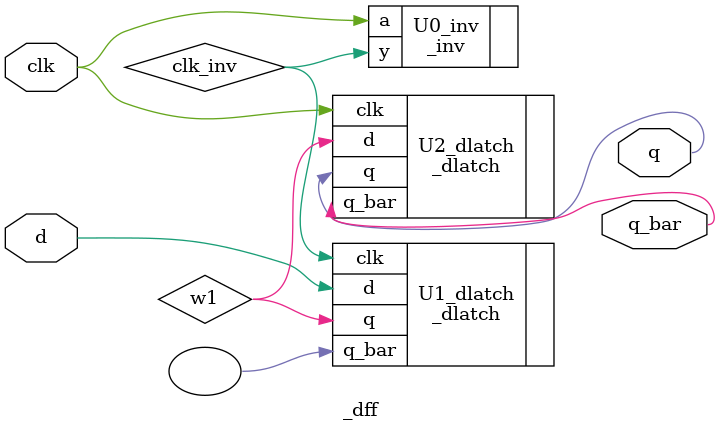
<source format=v>
module _dff(clk,d,q,q_bar);
	//set input clk, d and output q, q_bar
	input clk,d;
	output q, q_bar;
	//declare wire clk_inv, w1
	wire clk_inv, w1;
	//process for first dlatch
	_inv U0_inv(.a(clk),.y(clk_inv));
	//input clk_inv and d to get output w1
	_dlatch U1_dlatch(.clk(clk_inv),.d(d),.q(w1),.q_bar());
	//dlatch for output
	_dlatch U2_dlatch(.clk(clk),.d(w1),.q(q),.q_bar(q_bar));
	
endmodule

</source>
